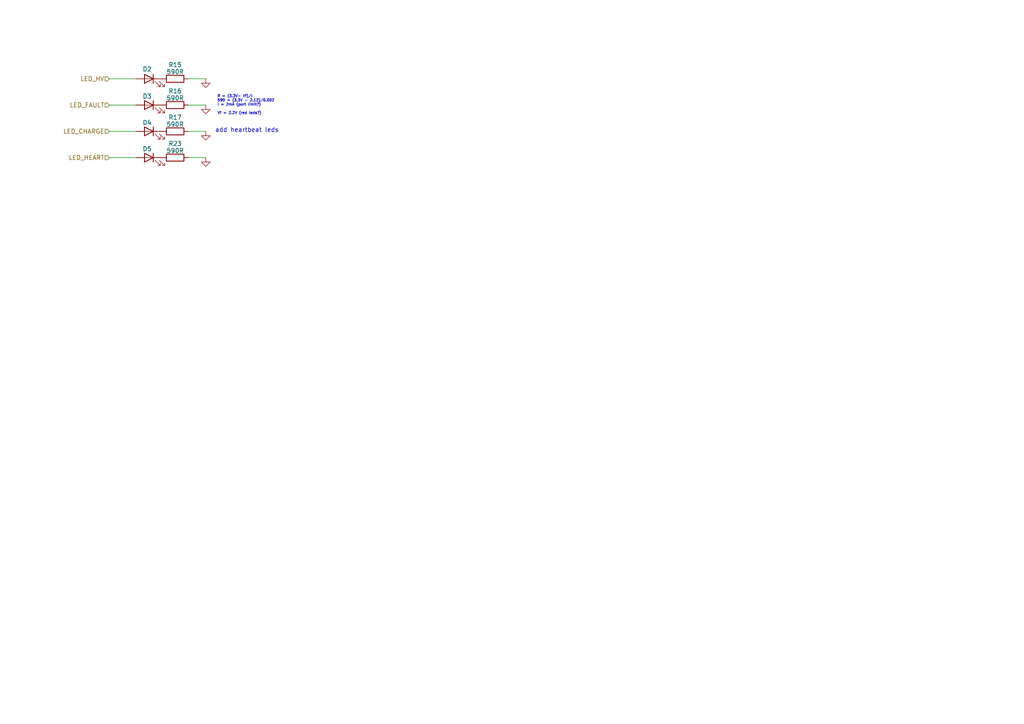
<source format=kicad_sch>
(kicad_sch (version 20250114) (generator "eeschema") (generator_version "9.0")
  (paper "A4")
  (lib_symbols
    (symbol "Device:LED" (pin_numbers (hide yes)) (pin_names (offset 1.016) (hide yes))
      (property "Reference" "D" (at 0 2.54 0))
      (property "Value" "LED" (at 0 -2.54 0))
      (symbol "LED_0_1"
        (polyline (pts (xy -3.048 -0.762) (xy -4.572 -2.286) (xy -3.81 -2.286) (xy -4.572 -2.286) (xy -4.572 -1.524)))
        (polyline (pts (xy -1.778 -0.762) (xy -3.302 -2.286) (xy -2.54 -2.286) (xy -3.302 -2.286) (xy -3.302 -1.524)))
        (polyline (pts (xy -1.27 0) (xy 1.27 0)))
        (polyline (pts (xy -1.27 -1.27) (xy -1.27 1.27)) (stroke (width 0.254)))
        (polyline (pts (xy 1.27 -1.27) (xy 1.27 1.27) (xy -1.27 0) (xy 1.27 -1.27)) (stroke (width 0.254)))
      )
      (symbol "LED_1_1"
        (pin passive line (at -3.81 0 0) (length 2.54) (name "K") (number "1"))
        (pin passive line (at 3.81 0 180) (length 2.54) (name "A") (number "2"))
      )
    )
    (symbol "Device:R" (pin_numbers (hide yes)) (pin_names (offset 0))
      (property "Reference" "R" (at 2.032 0 90))
      (property "Value" "R" (at 0 0 90))
      (symbol "R_0_1"
        (rectangle (start -1.016 -2.54) (end 1.016 2.54) (stroke (width 0.254)))
      )
      (symbol "R_1_1"
        (pin passive line (at 0 3.81 270) (length 1.27) (name "~") (number "1"))
        (pin passive line (at 0 -3.81 90) (length 1.27) (name "~") (number "2"))
      )
    )
    (symbol "power:GND" (power) (pin_numbers (hide yes)) (pin_names (offset 0) (hide yes))
      (property "Value" "GND" (at 0 -3.81 0))
      (symbol "GND_0_1"
        (polyline (pts (xy 0 0) (xy 0 -1.27) (xy 1.27 -1.27) (xy 0 -2.54) (xy -1.27 -1.27) (xy 0 -1.27)))
      )
      (symbol "GND_1_1"
        (pin power_in line (at 0 0 270) (length 0) (name "~") (number "1"))
      )
    )
  )
  (text "add heartbeat leds" (at 71.628 37.846 0) (effects (font (size 1.27 1.27))))
  (text "R = (3.3V- Vf)/I\n590 = (3.3V - 2.12)/0.002\nI = 2mA (port limit?)\n\nVf = 2.2V (red leds?)\n" (at 62.992 30.48 0) (effects (font (size 0.762 0.762)) (justify left)))
  (wire (pts (xy 31.75 38.1) (xy 39.37 38.1)))
  (wire (pts (xy 59.69 38.1) (xy 54.61 38.1)))
  (wire (pts (xy 59.69 22.86) (xy 54.61 22.86)))
  (wire (pts (xy 31.75 30.48) (xy 39.37 30.48)))
  (wire (pts (xy 31.75 45.72) (xy 39.37 45.72)))
  (wire (pts (xy 31.75 22.86) (xy 39.37 22.86)))
  (wire (pts (xy 59.69 45.72) (xy 54.61 45.72)))
  (wire (pts (xy 59.69 30.48) (xy 54.61 30.48)))
  (hierarchical_label "LED_HEART" (shape input) (at 31.75 45.72 180))
  (hierarchical_label "LED_FAULT" (shape input) (at 31.75 30.48 180))
  (hierarchical_label "LED_HV" (shape input) (at 31.75 22.86 180))
  (hierarchical_label "LED_CHARGE" (shape input) (at 31.75 38.1 180))
  (symbol (lib_id "power:GND") (at 59.69 45.72 0) (mirror y) (unit 1)
    (property "Reference" "#PWR041" (effects (hide yes)))
    (property "Value" "GND" (effects (hide yes)))
    (property "Description" "Power symbol creates a global label with name \"GND\" , ground" (effects (hide yes)))
  )
  (symbol (lib_id "Device:R") (at 50.8 45.72 270) (mirror x) (unit 1)
    (property "Reference" "R23" (at 50.8 41.656 90))
    (property "Value" "590R" (at 50.8 43.688 90))
    (property "Footprint" "Resistor_SMD:R_0402_1005Metric" (effects (hide yes)))
    (property "Description" "Resistor" (effects (hide yes)))
    (property "Distrbutor Link" "https://www.mouser.com/ProductDetail/YAGEO/RC0402FR-0722RL?qs=V1yeUXFNrkkRg6zf08ADKQ%3D%3D&srsltid=AfmBOor2cctyaIBQ_jqcS6bpD20PEk7e4pkUfEXfcnBnOJxoQq0CeGeb" (effects (hide yes)))
    (property "Manufacturer" "YAGEO" (effects (hide yes)))
    (property "Part #" "RC0402FR-0722RL " (effects (hide yes)))
  )
  (symbol (lib_id "power:GND") (at 59.69 38.1 0) (mirror y) (unit 1)
    (property "Reference" "#PWR029" (effects (hide yes)))
    (property "Value" "GND" (effects (hide yes)))
    (property "Description" "Power symbol creates a global label with name \"GND\" , ground" (effects (hide yes)))
  )
  (symbol (lib_id "Device:LED") (at 43.18 22.86 0) (mirror y) (unit 1)
    (property "Reference" "D2" (at 42.672 20.066 0))
    (property "Value" "LED" (effects (hide yes)))
    (property "Footprint" "LED_SMD:LED_0402_1005Metric" (effects (hide yes)))
    (property "Description" "Light emitting diode" (effects (hide yes)))
    (property "Sim.Pins" "1=K 2=A" (effects (hide yes)))
    (property "Distrbutor Link" "https://www.mouser.com/ProductDetail/Wurth-Elektronik/150040RS73240?qs=sGAEpiMZZMv0DJfhVcWlKzXaUAZs%252BSGNmIzZWRrMt9JQwN0vgp7biA%3D%3D" (effects (hide yes)))
    (property "Manufacturer" "Wurth Elektronik" (effects (hide yes)))
    (property "Part #" "150040RS73240" (effects (hide yes)))
  )
  (symbol (lib_id "Device:R") (at 50.8 30.48 270) (mirror x) (unit 1)
    (property "Reference" "R16" (at 50.8 26.416 90))
    (property "Value" "590R" (at 50.8 28.448 90))
    (property "Footprint" "Resistor_SMD:R_0402_1005Metric" (effects (hide yes)))
    (property "Description" "Resistor" (effects (hide yes)))
    (property "Distrbutor Link" "https://www.mouser.com/ProductDetail/YAGEO/RC0402FR-0722RL?qs=V1yeUXFNrkkRg6zf08ADKQ%3D%3D&srsltid=AfmBOor2cctyaIBQ_jqcS6bpD20PEk7e4pkUfEXfcnBnOJxoQq0CeGeb" (effects (hide yes)))
    (property "Manufacturer" "YAGEO" (effects (hide yes)))
    (property "Part #" "RC0402FR-0722RL " (effects (hide yes)))
  )
  (symbol (lib_id "Device:LED") (at 43.18 38.1 0) (mirror y) (unit 1)
    (property "Reference" "D4" (at 42.672 35.56 0))
    (property "Value" "LED" (effects (hide yes)))
    (property "Footprint" "LED_SMD:LED_0402_1005Metric" (effects (hide yes)))
    (property "Description" "Light emitting diode" (effects (hide yes)))
    (property "Sim.Pins" "1=K 2=A" (effects (hide yes)))
    (property "Distrbutor Link" "https://www.mouser.com/ProductDetail/Wurth-Elektronik/150040RS73240?qs=sGAEpiMZZMv0DJfhVcWlKzXaUAZs%252BSGNmIzZWRrMt9JQwN0vgp7biA%3D%3D" (effects (hide yes)))
    (property "Manufacturer" "Wurth Elektronik" (effects (hide yes)))
    (property "Part #" "150040RS73240" (effects (hide yes)))
  )
  (symbol (lib_id "power:GND") (at 59.69 22.86 0) (mirror y) (unit 1)
    (property "Reference" "#PWR017" (effects (hide yes)))
    (property "Value" "GND" (effects (hide yes)))
    (property "Description" "Power symbol creates a global label with name \"GND\" , ground" (effects (hide yes)))
  )
  (symbol (lib_id "Device:LED") (at 43.18 45.72 0) (mirror y) (unit 1)
    (property "Reference" "D5" (at 42.672 43.18 0))
    (property "Value" "LED" (effects (hide yes)))
    (property "Footprint" "LED_SMD:LED_0402_1005Metric" (effects (hide yes)))
    (property "Description" "Light emitting diode" (effects (hide yes)))
    (property "Sim.Pins" "1=K 2=A" (effects (hide yes)))
    (property "Distrbutor Link" "https://www.mouser.com/ProductDetail/Wurth-Elektronik/150040RS73240?qs=sGAEpiMZZMv0DJfhVcWlKzXaUAZs%252BSGNmIzZWRrMt9JQwN0vgp7biA%3D%3D" (effects (hide yes)))
    (property "Manufacturer" "Wurth Elektronik" (effects (hide yes)))
    (property "Part #" "150040RS73240" (effects (hide yes)))
  )
  (symbol (lib_id "Device:R") (at 50.8 22.86 270) (mirror x) (unit 1)
    (property "Reference" "R15" (at 50.8 18.796 90))
    (property "Value" "590R" (at 50.8 20.828 90))
    (property "Footprint" "Resistor_SMD:R_0402_1005Metric" (effects (hide yes)))
    (property "Description" "Resistor" (effects (hide yes)))
    (property "Distrbutor Link" "https://www.mouser.com/ProductDetail/YAGEO/RC0402FR-0722RL?qs=V1yeUXFNrkkRg6zf08ADKQ%3D%3D&srsltid=AfmBOor2cctyaIBQ_jqcS6bpD20PEk7e4pkUfEXfcnBnOJxoQq0CeGeb" (effects (hide yes)))
    (property "Manufacturer" "YAGEO" (effects (hide yes)))
    (property "Part #" "RC0402FR-0722RL " (effects (hide yes)))
  )
  (symbol (lib_id "Device:R") (at 50.8 38.1 270) (mirror x) (unit 1)
    (property "Reference" "R17" (at 50.8 34.036 90))
    (property "Value" "590R" (at 50.8 36.068 90))
    (property "Footprint" "Resistor_SMD:R_0402_1005Metric" (effects (hide yes)))
    (property "Description" "Resistor" (effects (hide yes)))
    (property "Distrbutor Link" "https://www.mouser.com/ProductDetail/YAGEO/RC0402FR-0722RL?qs=V1yeUXFNrkkRg6zf08ADKQ%3D%3D&srsltid=AfmBOor2cctyaIBQ_jqcS6bpD20PEk7e4pkUfEXfcnBnOJxoQq0CeGeb" (effects (hide yes)))
    (property "Manufacturer" "YAGEO" (effects (hide yes)))
    (property "Part #" "RC0402FR-0722RL " (effects (hide yes)))
  )
  (symbol (lib_id "power:GND") (at 59.69 30.48 0) (mirror y) (unit 1)
    (property "Reference" "#PWR019" (effects (hide yes)))
    (property "Value" "GND" (effects (hide yes)))
    (property "Description" "Power symbol creates a global label with name \"GND\" , ground" (effects (hide yes)))
  )
  (symbol (lib_id "Device:LED") (at 43.18 30.48 0) (mirror y) (unit 1)
    (property "Reference" "D3" (at 42.672 27.94 0))
    (property "Value" "LED" (effects (hide yes)))
    (property "Footprint" "LED_SMD:LED_0402_1005Metric" (effects (hide yes)))
    (property "Description" "Light emitting diode" (effects (hide yes)))
    (property "Sim.Pins" "1=K 2=A" (effects (hide yes)))
    (property "Distrbutor Link" "https://www.mouser.com/ProductDetail/Wurth-Elektronik/150040RS73240?qs=sGAEpiMZZMv0DJfhVcWlKzXaUAZs%252BSGNmIzZWRrMt9JQwN0vgp7biA%3D%3D" (effects (hide yes)))
    (property "Manufacturer" "Wurth Elektronik" (effects (hide yes)))
    (property "Part #" "150040RS73240" (effects (hide yes)))
  )
)
</source>
